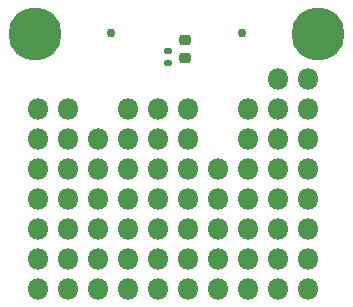
<source format=gbr>
%TF.GenerationSoftware,KiCad,Pcbnew,(6.0.0-0)*%
%TF.CreationDate,2023-03-06T18:33:43-05:00*%
%TF.ProjectId,module_dev2,6d6f6475-6c65-45f6-9465-76322e6b6963,rev?*%
%TF.SameCoordinates,Original*%
%TF.FileFunction,Soldermask,Top*%
%TF.FilePolarity,Negative*%
%FSLAX46Y46*%
G04 Gerber Fmt 4.6, Leading zero omitted, Abs format (unit mm)*
G04 Created by KiCad (PCBNEW (6.0.0-0)) date 2023-03-06 18:33:43*
%MOMM*%
%LPD*%
G01*
G04 APERTURE LIST*
G04 Aperture macros list*
%AMRoundRect*
0 Rectangle with rounded corners*
0 $1 Rounding radius*
0 $2 $3 $4 $5 $6 $7 $8 $9 X,Y pos of 4 corners*
0 Add a 4 corners polygon primitive as box body*
4,1,4,$2,$3,$4,$5,$6,$7,$8,$9,$2,$3,0*
0 Add four circle primitives for the rounded corners*
1,1,$1+$1,$2,$3*
1,1,$1+$1,$4,$5*
1,1,$1+$1,$6,$7*
1,1,$1+$1,$8,$9*
0 Add four rect primitives between the rounded corners*
20,1,$1+$1,$2,$3,$4,$5,0*
20,1,$1+$1,$4,$5,$6,$7,0*
20,1,$1+$1,$6,$7,$8,$9,0*
20,1,$1+$1,$8,$9,$2,$3,0*%
G04 Aperture macros list end*
%ADD10C,4.500000*%
%ADD11O,1.800000X1.800000*%
%ADD12RoundRect,0.135000X-0.185000X0.135000X-0.185000X-0.135000X0.185000X-0.135000X0.185000X0.135000X0*%
%ADD13RoundRect,0.218750X-0.256250X0.218750X-0.256250X-0.218750X0.256250X-0.218750X0.256250X0.218750X0*%
%ADD14C,0.760000*%
G04 APERTURE END LIST*
D10*
%TO.C,H1*%
X95000000Y-64000000D03*
%TD*%
%TO.C,H2*%
X119000000Y-64000000D03*
%TD*%
D11*
%TO.C,J24*%
X97790000Y-72898000D03*
%TD*%
%TO.C,J25*%
X100330000Y-72898000D03*
%TD*%
%TO.C,J27*%
X95250000Y-70358000D03*
%TD*%
%TO.C,J28*%
X102870000Y-70358000D03*
%TD*%
%TO.C,J29*%
X97790000Y-70358000D03*
%TD*%
%TO.C,J32*%
X102870000Y-72898000D03*
%TD*%
%TO.C,J13*%
X115570000Y-72898000D03*
%TD*%
%TO.C,J14*%
X113030000Y-70358000D03*
%TD*%
%TO.C,J15*%
X113030000Y-72898000D03*
%TD*%
%TO.C,J16*%
X105410000Y-70358000D03*
%TD*%
%TO.C,J18*%
X105410000Y-72898000D03*
%TD*%
%TO.C,J19*%
X107950000Y-72898000D03*
%TD*%
%TO.C,J17*%
X107950000Y-70358000D03*
%TD*%
%TO.C,J22*%
X118110000Y-70358000D03*
%TD*%
%TO.C,J31*%
X118110000Y-67818000D03*
%TD*%
%TO.C,J26*%
X95250000Y-72898000D03*
%TD*%
%TO.C,J21*%
X115570000Y-70358000D03*
%TD*%
%TO.C,J30*%
X115570000Y-67818000D03*
%TD*%
%TO.C,J12*%
X118110000Y-72898000D03*
%TD*%
%TO.C,J2*%
X95250000Y-75438000D03*
X97790000Y-75438000D03*
X100330000Y-75438000D03*
X102870000Y-75438000D03*
X105410000Y-75438000D03*
X107950000Y-75438000D03*
X110490000Y-75438000D03*
X113030000Y-75438000D03*
%TD*%
%TO.C,J3*%
X95250000Y-77978000D03*
X97790000Y-77978000D03*
X100330000Y-77978000D03*
X102870000Y-77978000D03*
X105410000Y-77978000D03*
X107950000Y-77978000D03*
X110490000Y-77978000D03*
X113030000Y-77978000D03*
%TD*%
%TO.C,J4*%
X95250000Y-80518000D03*
X97790000Y-80518000D03*
X100330000Y-80518000D03*
X102870000Y-80518000D03*
X105410000Y-80518000D03*
X107950000Y-80518000D03*
X110490000Y-80518000D03*
X113030000Y-80518000D03*
%TD*%
%TO.C,J5*%
X95250000Y-83058000D03*
X97790000Y-83058000D03*
X100330000Y-83058000D03*
X102870000Y-83058000D03*
X105410000Y-83058000D03*
X107950000Y-83058000D03*
X110490000Y-83058000D03*
X113030000Y-83058000D03*
%TD*%
%TO.C,J6*%
X95250000Y-85598000D03*
X97790000Y-85598000D03*
X100330000Y-85598000D03*
X102870000Y-85598000D03*
X105410000Y-85598000D03*
X107950000Y-85598000D03*
X110490000Y-85598000D03*
X113030000Y-85598000D03*
%TD*%
%TO.C,J7*%
X115570000Y-75438000D03*
X115570000Y-77978000D03*
X115570000Y-80518000D03*
X115570000Y-83058000D03*
X115570000Y-85598000D03*
%TD*%
%TO.C,J8*%
X118110000Y-75438000D03*
X118110000Y-77978000D03*
X118110000Y-80518000D03*
X118110000Y-83058000D03*
X118110000Y-85598000D03*
%TD*%
D12*
%TO.C,R1*%
X106299000Y-65403000D03*
X106299000Y-66423000D03*
%TD*%
D13*
%TO.C,D1*%
X107696000Y-64490500D03*
X107696000Y-66065500D03*
%TD*%
D14*
%TO.C,J1*%
X112524500Y-63900000D03*
X101475500Y-63900000D03*
%TD*%
M02*

</source>
